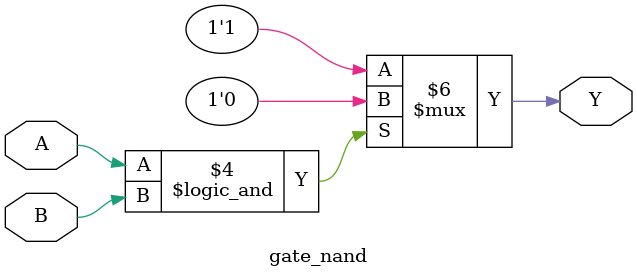
<source format=v>
module gate_nand(A, B, Y);
	input A, B;
	output Y;

	/*
	// Structural Modelling
	nand (Y, A, B);
	*/

	/*
	// Dataflow Modelling
	assign Y = ~(A & B);
	*/

	
	// Behavioral Modelling
	reg Y;
	always @ (A or B)
	begin
		if (A == 1 && B == 1)
			Y = 0;
		else
			Y = 1;
	end


endmodule

</source>
